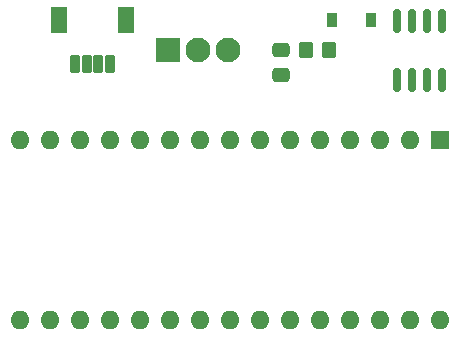
<source format=gbr>
%TF.GenerationSoftware,KiCad,Pcbnew,(6.0.10)*%
%TF.CreationDate,2023-02-04T03:27:03-05:00*%
%TF.ProjectId,lin-master,6c696e2d-6d61-4737-9465-722e6b696361,1.0*%
%TF.SameCoordinates,Original*%
%TF.FileFunction,Soldermask,Top*%
%TF.FilePolarity,Negative*%
%FSLAX46Y46*%
G04 Gerber Fmt 4.6, Leading zero omitted, Abs format (unit mm)*
G04 Created by KiCad (PCBNEW (6.0.10)) date 2023-02-04 03:27:03*
%MOMM*%
%LPD*%
G01*
G04 APERTURE LIST*
G04 Aperture macros list*
%AMRoundRect*
0 Rectangle with rounded corners*
0 $1 Rounding radius*
0 $2 $3 $4 $5 $6 $7 $8 $9 X,Y pos of 4 corners*
0 Add a 4 corners polygon primitive as box body*
4,1,4,$2,$3,$4,$5,$6,$7,$8,$9,$2,$3,0*
0 Add four circle primitives for the rounded corners*
1,1,$1+$1,$2,$3*
1,1,$1+$1,$4,$5*
1,1,$1+$1,$6,$7*
1,1,$1+$1,$8,$9*
0 Add four rect primitives between the rounded corners*
20,1,$1+$1,$2,$3,$4,$5,0*
20,1,$1+$1,$4,$5,$6,$7,0*
20,1,$1+$1,$6,$7,$8,$9,0*
20,1,$1+$1,$8,$9,$2,$3,0*%
G04 Aperture macros list end*
%ADD10R,2.100000X2.100000*%
%ADD11C,2.100000*%
%ADD12RoundRect,0.150000X0.150000X-0.825000X0.150000X0.825000X-0.150000X0.825000X-0.150000X-0.825000X0*%
%ADD13O,1.600000X1.600000*%
%ADD14R,1.600000X1.600000*%
%ADD15RoundRect,0.250000X0.350000X0.450000X-0.350000X0.450000X-0.350000X-0.450000X0.350000X-0.450000X0*%
%ADD16RoundRect,0.101600X0.299720X0.674370X-0.299720X0.674370X-0.299720X-0.674370X0.299720X-0.674370X0*%
%ADD17RoundRect,0.101600X0.599440X0.999490X-0.599440X0.999490X-0.599440X-0.999490X0.599440X-0.999490X0*%
%ADD18R,0.900000X1.200000*%
%ADD19RoundRect,0.250000X-0.475000X0.337500X-0.475000X-0.337500X0.475000X-0.337500X0.475000X0.337500X0*%
G04 APERTURE END LIST*
D10*
%TO.C,J2*%
X120707500Y-78486000D03*
D11*
X123247500Y-78486000D03*
X125787500Y-78486000D03*
%TD*%
D12*
%TO.C,U2*%
X140081000Y-80961000D03*
X141351000Y-80961000D03*
X142621000Y-80961000D03*
X143891000Y-80961000D03*
X143891000Y-76011000D03*
X142621000Y-76011000D03*
X141351000Y-76011000D03*
X140081000Y-76011000D03*
%TD*%
D13*
%TO.C,U1*%
X143764000Y-101346000D03*
X141224000Y-101346000D03*
X138684000Y-101346000D03*
X136144000Y-101346000D03*
X133604000Y-101346000D03*
X131064000Y-101346000D03*
X128524000Y-101346000D03*
X125984000Y-101346000D03*
X123444000Y-101346000D03*
X120904000Y-101346000D03*
X118364000Y-101346000D03*
X115824000Y-101346000D03*
X113284000Y-101346000D03*
X110744000Y-101346000D03*
X108204000Y-101346000D03*
X108204000Y-86106000D03*
X110744000Y-86106000D03*
X113284000Y-86106000D03*
X115824000Y-86106000D03*
X118364000Y-86106000D03*
X120904000Y-86106000D03*
X123444000Y-86106000D03*
X125984000Y-86106000D03*
X128524000Y-86106000D03*
X131064000Y-86106000D03*
X133604000Y-86106000D03*
X136144000Y-86106000D03*
X138684000Y-86106000D03*
X141224000Y-86106000D03*
D14*
X143764000Y-86106000D03*
%TD*%
D15*
%TO.C,R7*%
X134366000Y-78486000D03*
X132366000Y-78486000D03*
%TD*%
D16*
%TO.C,J1*%
X115803680Y-79618840D03*
X114802920Y-79618840D03*
X113807240Y-79618840D03*
X112806480Y-79618840D03*
D17*
X111506000Y-75946000D03*
X117104160Y-75946000D03*
%TD*%
D18*
%TO.C,D1*%
X134620000Y-75946000D03*
X137920000Y-75946000D03*
%TD*%
D19*
%TO.C,C1*%
X130302000Y-78486000D03*
X130302000Y-80561000D03*
%TD*%
M02*

</source>
